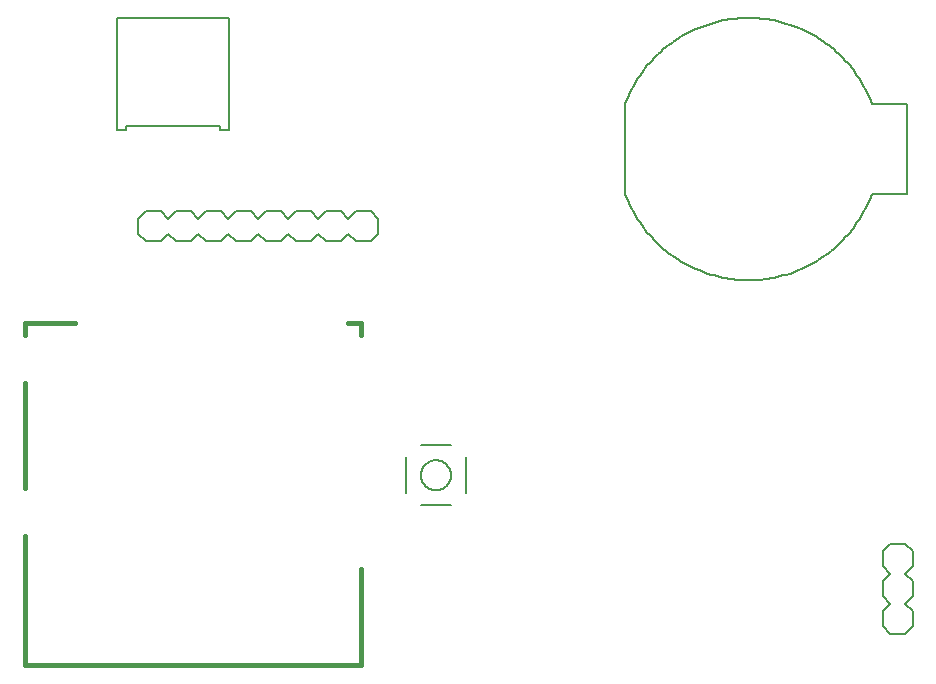
<source format=gbo>
G75*
%MOIN*%
%OFA0B0*%
%FSLAX25Y25*%
%IPPOS*%
%LPD*%
%AMOC8*
5,1,8,0,0,1.08239X$1,22.5*
%
%ADD10C,0.00800*%
%ADD11C,0.01600*%
D10*
X0205780Y0059669D02*
X0205780Y0071795D01*
X0210780Y0075732D02*
X0220662Y0075732D01*
X0225780Y0071795D02*
X0225780Y0059669D01*
X0220662Y0055732D02*
X0210898Y0055732D01*
X0210780Y0065732D02*
X0210782Y0065873D01*
X0210788Y0066014D01*
X0210798Y0066154D01*
X0210812Y0066294D01*
X0210830Y0066434D01*
X0210851Y0066573D01*
X0210877Y0066712D01*
X0210906Y0066850D01*
X0210940Y0066986D01*
X0210977Y0067122D01*
X0211018Y0067257D01*
X0211063Y0067391D01*
X0211112Y0067523D01*
X0211164Y0067654D01*
X0211220Y0067783D01*
X0211280Y0067910D01*
X0211343Y0068036D01*
X0211409Y0068160D01*
X0211480Y0068283D01*
X0211553Y0068403D01*
X0211630Y0068521D01*
X0211710Y0068637D01*
X0211794Y0068750D01*
X0211880Y0068861D01*
X0211970Y0068970D01*
X0212063Y0069076D01*
X0212158Y0069179D01*
X0212257Y0069280D01*
X0212358Y0069378D01*
X0212462Y0069473D01*
X0212569Y0069565D01*
X0212678Y0069654D01*
X0212790Y0069739D01*
X0212904Y0069822D01*
X0213020Y0069902D01*
X0213139Y0069978D01*
X0213260Y0070050D01*
X0213382Y0070120D01*
X0213507Y0070185D01*
X0213633Y0070248D01*
X0213761Y0070306D01*
X0213891Y0070361D01*
X0214022Y0070413D01*
X0214155Y0070460D01*
X0214289Y0070504D01*
X0214424Y0070545D01*
X0214560Y0070581D01*
X0214697Y0070613D01*
X0214835Y0070642D01*
X0214973Y0070667D01*
X0215113Y0070687D01*
X0215253Y0070704D01*
X0215393Y0070717D01*
X0215534Y0070726D01*
X0215674Y0070731D01*
X0215815Y0070732D01*
X0215956Y0070729D01*
X0216097Y0070722D01*
X0216237Y0070711D01*
X0216377Y0070696D01*
X0216517Y0070677D01*
X0216656Y0070655D01*
X0216794Y0070628D01*
X0216932Y0070598D01*
X0217068Y0070563D01*
X0217204Y0070525D01*
X0217338Y0070483D01*
X0217472Y0070437D01*
X0217604Y0070388D01*
X0217734Y0070334D01*
X0217863Y0070277D01*
X0217990Y0070217D01*
X0218116Y0070153D01*
X0218239Y0070085D01*
X0218361Y0070014D01*
X0218481Y0069940D01*
X0218598Y0069862D01*
X0218713Y0069781D01*
X0218826Y0069697D01*
X0218937Y0069610D01*
X0219045Y0069519D01*
X0219150Y0069426D01*
X0219253Y0069329D01*
X0219353Y0069230D01*
X0219450Y0069128D01*
X0219544Y0069023D01*
X0219635Y0068916D01*
X0219723Y0068806D01*
X0219808Y0068694D01*
X0219890Y0068579D01*
X0219969Y0068462D01*
X0220044Y0068343D01*
X0220116Y0068222D01*
X0220184Y0068099D01*
X0220249Y0067974D01*
X0220311Y0067847D01*
X0220368Y0067718D01*
X0220423Y0067588D01*
X0220473Y0067457D01*
X0220520Y0067324D01*
X0220563Y0067190D01*
X0220602Y0067054D01*
X0220637Y0066918D01*
X0220669Y0066781D01*
X0220696Y0066643D01*
X0220720Y0066504D01*
X0220740Y0066364D01*
X0220756Y0066224D01*
X0220768Y0066084D01*
X0220776Y0065943D01*
X0220780Y0065802D01*
X0220780Y0065662D01*
X0220776Y0065521D01*
X0220768Y0065380D01*
X0220756Y0065240D01*
X0220740Y0065100D01*
X0220720Y0064960D01*
X0220696Y0064821D01*
X0220669Y0064683D01*
X0220637Y0064546D01*
X0220602Y0064410D01*
X0220563Y0064274D01*
X0220520Y0064140D01*
X0220473Y0064007D01*
X0220423Y0063876D01*
X0220368Y0063746D01*
X0220311Y0063617D01*
X0220249Y0063490D01*
X0220184Y0063365D01*
X0220116Y0063242D01*
X0220044Y0063121D01*
X0219969Y0063002D01*
X0219890Y0062885D01*
X0219808Y0062770D01*
X0219723Y0062658D01*
X0219635Y0062548D01*
X0219544Y0062441D01*
X0219450Y0062336D01*
X0219353Y0062234D01*
X0219253Y0062135D01*
X0219150Y0062038D01*
X0219045Y0061945D01*
X0218937Y0061854D01*
X0218826Y0061767D01*
X0218713Y0061683D01*
X0218598Y0061602D01*
X0218481Y0061524D01*
X0218361Y0061450D01*
X0218239Y0061379D01*
X0218116Y0061311D01*
X0217990Y0061247D01*
X0217863Y0061187D01*
X0217734Y0061130D01*
X0217604Y0061076D01*
X0217472Y0061027D01*
X0217338Y0060981D01*
X0217204Y0060939D01*
X0217068Y0060901D01*
X0216932Y0060866D01*
X0216794Y0060836D01*
X0216656Y0060809D01*
X0216517Y0060787D01*
X0216377Y0060768D01*
X0216237Y0060753D01*
X0216097Y0060742D01*
X0215956Y0060735D01*
X0215815Y0060732D01*
X0215674Y0060733D01*
X0215534Y0060738D01*
X0215393Y0060747D01*
X0215253Y0060760D01*
X0215113Y0060777D01*
X0214973Y0060797D01*
X0214835Y0060822D01*
X0214697Y0060851D01*
X0214560Y0060883D01*
X0214424Y0060919D01*
X0214289Y0060960D01*
X0214155Y0061004D01*
X0214022Y0061051D01*
X0213891Y0061103D01*
X0213761Y0061158D01*
X0213633Y0061216D01*
X0213507Y0061279D01*
X0213382Y0061344D01*
X0213260Y0061414D01*
X0213139Y0061486D01*
X0213020Y0061562D01*
X0212904Y0061642D01*
X0212790Y0061725D01*
X0212678Y0061810D01*
X0212569Y0061899D01*
X0212462Y0061991D01*
X0212358Y0062086D01*
X0212257Y0062184D01*
X0212158Y0062285D01*
X0212063Y0062388D01*
X0211970Y0062494D01*
X0211880Y0062603D01*
X0211794Y0062714D01*
X0211710Y0062827D01*
X0211630Y0062943D01*
X0211553Y0063061D01*
X0211480Y0063181D01*
X0211409Y0063304D01*
X0211343Y0063428D01*
X0211280Y0063554D01*
X0211220Y0063681D01*
X0211164Y0063810D01*
X0211112Y0063941D01*
X0211063Y0064073D01*
X0211018Y0064207D01*
X0210977Y0064342D01*
X0210940Y0064478D01*
X0210906Y0064614D01*
X0210877Y0064752D01*
X0210851Y0064891D01*
X0210830Y0065030D01*
X0210812Y0065170D01*
X0210798Y0065310D01*
X0210788Y0065450D01*
X0210782Y0065591D01*
X0210780Y0065732D01*
X0194083Y0143717D02*
X0189083Y0143717D01*
X0186583Y0146217D01*
X0184083Y0143717D01*
X0179083Y0143717D01*
X0176583Y0146217D01*
X0174083Y0143717D01*
X0169083Y0143717D01*
X0166583Y0146217D01*
X0164083Y0143717D01*
X0159083Y0143717D01*
X0156583Y0146217D01*
X0154083Y0143717D01*
X0149083Y0143717D01*
X0146583Y0146217D01*
X0144083Y0143717D01*
X0139083Y0143717D01*
X0136583Y0146217D01*
X0134083Y0143717D01*
X0129083Y0143717D01*
X0126583Y0146217D01*
X0124083Y0143717D01*
X0119083Y0143717D01*
X0116583Y0146217D01*
X0116583Y0151217D01*
X0119083Y0153717D01*
X0124083Y0153717D01*
X0126583Y0151217D01*
X0129083Y0153717D01*
X0134083Y0153717D01*
X0136583Y0151217D01*
X0139083Y0153717D01*
X0144083Y0153717D01*
X0146583Y0151217D01*
X0149083Y0153717D01*
X0154083Y0153717D01*
X0156583Y0151217D01*
X0159083Y0153717D01*
X0164083Y0153717D01*
X0166583Y0151217D01*
X0169083Y0153717D01*
X0174083Y0153717D01*
X0176583Y0151217D01*
X0179083Y0153717D01*
X0184083Y0153717D01*
X0186583Y0151217D01*
X0189083Y0153717D01*
X0194083Y0153717D01*
X0196583Y0151217D01*
X0196583Y0146217D01*
X0194083Y0143717D01*
X0146871Y0180673D02*
X0146871Y0218193D01*
X0109351Y0218193D01*
X0109351Y0180673D01*
X0112363Y0180673D01*
X0112363Y0182248D01*
X0143859Y0182248D01*
X0143859Y0180673D01*
X0146871Y0180673D01*
X0278882Y0189378D02*
X0278882Y0159457D01*
X0278883Y0189378D02*
X0279262Y0190377D01*
X0279665Y0191366D01*
X0280092Y0192345D01*
X0280543Y0193313D01*
X0281017Y0194270D01*
X0281514Y0195216D01*
X0282035Y0196148D01*
X0282578Y0197068D01*
X0283143Y0197974D01*
X0283731Y0198867D01*
X0284340Y0199744D01*
X0284970Y0200607D01*
X0285621Y0201453D01*
X0286292Y0202284D01*
X0286984Y0203098D01*
X0287695Y0203895D01*
X0288426Y0204674D01*
X0289175Y0205435D01*
X0289943Y0206178D01*
X0290728Y0206902D01*
X0291531Y0207606D01*
X0292351Y0208291D01*
X0293188Y0208955D01*
X0294040Y0209599D01*
X0294908Y0210222D01*
X0295790Y0210823D01*
X0296688Y0211403D01*
X0297599Y0211960D01*
X0298523Y0212496D01*
X0299460Y0213008D01*
X0300410Y0213497D01*
X0301371Y0213964D01*
X0302343Y0214406D01*
X0303326Y0214825D01*
X0304318Y0215219D01*
X0305320Y0215590D01*
X0306331Y0215935D01*
X0307350Y0216256D01*
X0308376Y0216552D01*
X0309409Y0216823D01*
X0310449Y0217068D01*
X0311494Y0217288D01*
X0312544Y0217483D01*
X0313599Y0217652D01*
X0314657Y0217794D01*
X0315719Y0217912D01*
X0316783Y0218003D01*
X0317850Y0218068D01*
X0318917Y0218107D01*
X0319985Y0218120D01*
X0321053Y0218107D01*
X0322120Y0218068D01*
X0323187Y0218003D01*
X0324251Y0217912D01*
X0325313Y0217794D01*
X0326371Y0217652D01*
X0327426Y0217483D01*
X0328476Y0217288D01*
X0329521Y0217068D01*
X0330561Y0216823D01*
X0331594Y0216552D01*
X0332620Y0216256D01*
X0333639Y0215935D01*
X0334650Y0215590D01*
X0335652Y0215219D01*
X0336644Y0214825D01*
X0337627Y0214406D01*
X0338599Y0213964D01*
X0339560Y0213497D01*
X0340510Y0213008D01*
X0341447Y0212496D01*
X0342371Y0211960D01*
X0343282Y0211403D01*
X0344180Y0210823D01*
X0345062Y0210222D01*
X0345930Y0209599D01*
X0346782Y0208955D01*
X0347619Y0208291D01*
X0348439Y0207606D01*
X0349242Y0206902D01*
X0350027Y0206178D01*
X0350795Y0205435D01*
X0351544Y0204674D01*
X0352275Y0203895D01*
X0352986Y0203098D01*
X0353678Y0202284D01*
X0354349Y0201453D01*
X0355000Y0200607D01*
X0355630Y0199744D01*
X0356239Y0198867D01*
X0356827Y0197974D01*
X0357392Y0197068D01*
X0357935Y0196148D01*
X0358456Y0195216D01*
X0358953Y0194270D01*
X0359427Y0193313D01*
X0359878Y0192345D01*
X0360305Y0191366D01*
X0360708Y0190377D01*
X0361087Y0189378D01*
X0372819Y0189378D01*
X0372819Y0159457D01*
X0361087Y0159457D01*
X0360708Y0158458D01*
X0360305Y0157469D01*
X0359878Y0156490D01*
X0359427Y0155522D01*
X0358953Y0154565D01*
X0358456Y0153619D01*
X0357935Y0152687D01*
X0357392Y0151767D01*
X0356827Y0150861D01*
X0356239Y0149968D01*
X0355630Y0149091D01*
X0355000Y0148228D01*
X0354349Y0147382D01*
X0353678Y0146551D01*
X0352986Y0145737D01*
X0352275Y0144940D01*
X0351544Y0144161D01*
X0350795Y0143400D01*
X0350027Y0142657D01*
X0349242Y0141933D01*
X0348439Y0141229D01*
X0347619Y0140544D01*
X0346782Y0139880D01*
X0345930Y0139236D01*
X0345062Y0138613D01*
X0344180Y0138012D01*
X0343282Y0137432D01*
X0342371Y0136875D01*
X0341447Y0136339D01*
X0340510Y0135827D01*
X0339560Y0135338D01*
X0338599Y0134871D01*
X0337627Y0134429D01*
X0336644Y0134010D01*
X0335652Y0133616D01*
X0334650Y0133245D01*
X0333639Y0132900D01*
X0332620Y0132579D01*
X0331594Y0132283D01*
X0330561Y0132012D01*
X0329521Y0131767D01*
X0328476Y0131547D01*
X0327426Y0131352D01*
X0326371Y0131183D01*
X0325313Y0131041D01*
X0324251Y0130923D01*
X0323187Y0130832D01*
X0322120Y0130767D01*
X0321053Y0130728D01*
X0319985Y0130715D01*
X0318917Y0130728D01*
X0317850Y0130767D01*
X0316783Y0130832D01*
X0315719Y0130923D01*
X0314657Y0131041D01*
X0313599Y0131183D01*
X0312544Y0131352D01*
X0311494Y0131547D01*
X0310449Y0131767D01*
X0309409Y0132012D01*
X0308376Y0132283D01*
X0307350Y0132579D01*
X0306331Y0132900D01*
X0305320Y0133245D01*
X0304318Y0133616D01*
X0303326Y0134010D01*
X0302343Y0134429D01*
X0301371Y0134871D01*
X0300410Y0135338D01*
X0299460Y0135827D01*
X0298523Y0136339D01*
X0297599Y0136875D01*
X0296688Y0137432D01*
X0295790Y0138012D01*
X0294908Y0138613D01*
X0294040Y0139236D01*
X0293188Y0139880D01*
X0292351Y0140544D01*
X0291531Y0141229D01*
X0290728Y0141933D01*
X0289943Y0142657D01*
X0289175Y0143400D01*
X0288426Y0144161D01*
X0287695Y0144940D01*
X0286984Y0145737D01*
X0286292Y0146551D01*
X0285621Y0147382D01*
X0284970Y0148228D01*
X0284340Y0149091D01*
X0283731Y0149968D01*
X0283143Y0150861D01*
X0282578Y0151767D01*
X0282035Y0152687D01*
X0281514Y0153619D01*
X0281017Y0154565D01*
X0280543Y0155522D01*
X0280092Y0156490D01*
X0279665Y0157469D01*
X0279262Y0158458D01*
X0278883Y0159457D01*
X0367201Y0042811D02*
X0364701Y0040311D01*
X0364701Y0035311D01*
X0367201Y0032811D01*
X0364701Y0030311D01*
X0364701Y0025311D01*
X0367201Y0022811D01*
X0364701Y0020311D01*
X0364701Y0015311D01*
X0367201Y0012811D01*
X0372201Y0012811D01*
X0374701Y0015311D01*
X0374701Y0020311D01*
X0372201Y0022811D01*
X0374701Y0025311D01*
X0374701Y0030311D01*
X0372201Y0032811D01*
X0374701Y0035311D01*
X0374701Y0040311D01*
X0372201Y0042811D01*
X0367201Y0042811D01*
D11*
X0078701Y0045504D02*
X0078701Y0002331D01*
X0190906Y0002331D01*
X0190906Y0034504D01*
X0078701Y0061504D02*
X0078701Y0096504D01*
X0078701Y0112504D02*
X0078701Y0116504D01*
X0095378Y0116504D01*
X0186378Y0116504D02*
X0190906Y0116504D01*
X0190906Y0112504D01*
M02*

</source>
